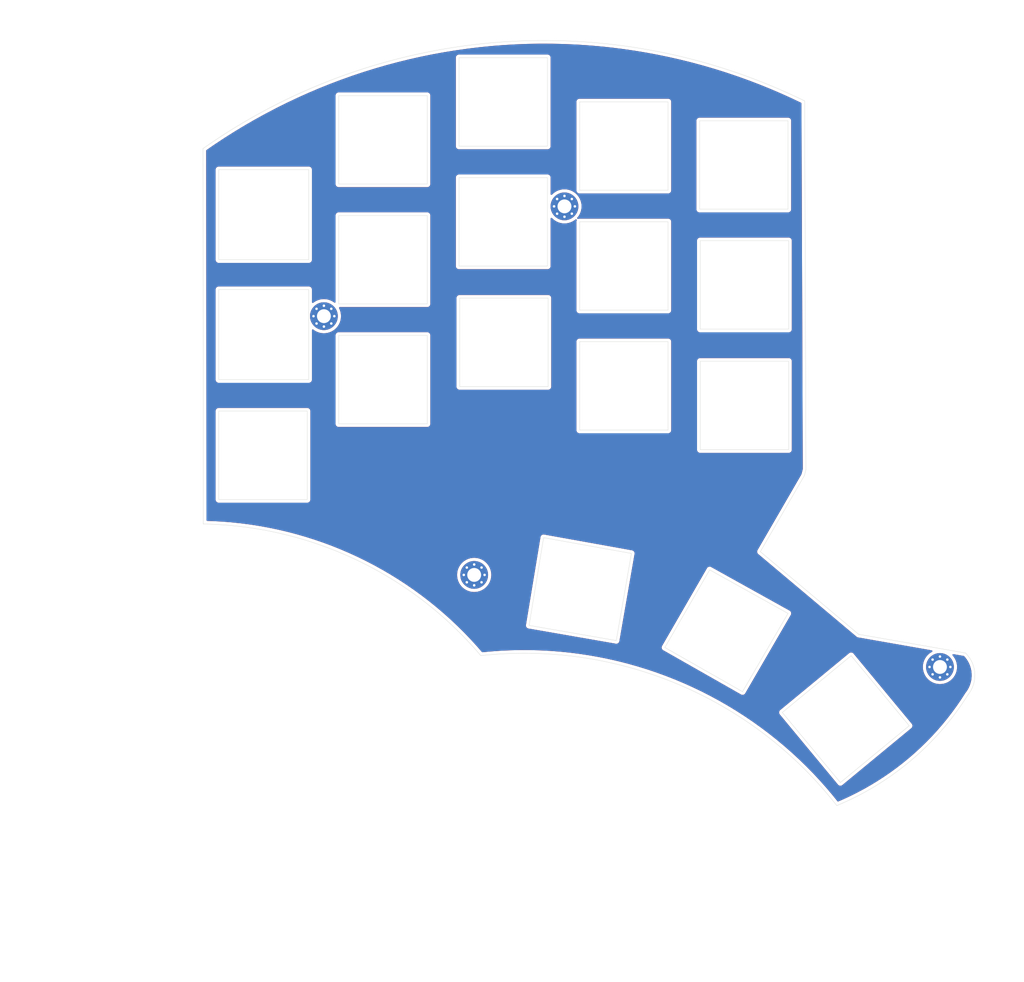
<source format=kicad_pcb>
(kicad_pcb (version 20211014) (generator pcbnew)
  (layers (0 "F.Cu" signal) (31 "B.Cu" signal) (34 "B.Paste" user) (35 "F.Paste" user) (36 "B.SilkS" user "B.Silkscreen") (37 "F.SilkS" user "F.Silkscreen") (38 "B.Mask" user) (39 "F.Mask" user) (44 "Edge.Cuts" user))
  (net 0 "")
  (footprint "graphics:aset" (layer "F.Cu") (at 123.75 113)
    (fp_text reference "G***" hide)
    (fp_text value "LOGO" hide)
  )
  (footprint "MountingHole:MountingHole_2.2mm_M2_Pad_Via" (layer "F.Cu") (at 194.46875 141.2875)
    (fp_text reference " " (at 0 -3.2) (layer "F.SilkS"))
    (fp_text value "MountingHole_2.2mm_M2_Pad_Via")
    (pad "1" thru_hole circle locked (at 1.166726 -1.166726) (size 0.7 0.7) (drill 0.4) (layers *.Cu *.Mask))
    (pad "1" thru_hole circle locked (at 0 0) (size 4.4 4.4) (drill 2.2) (layers *.Cu *.Mask))
    (pad "1" thru_hole circle locked (at 0 1.65) (size 0.7 0.7) (drill 0.4) (layers *.Cu *.Mask))
    (pad "1" thru_hole circle locked (at 1.166726 1.166726) (size 0.7 0.7) (drill 0.4) (layers *.Cu *.Mask))
    (pad "1" thru_hole circle locked (at -1.166726 -1.166726) (size 0.7 0.7) (drill 0.4) (layers *.Cu *.Mask))
    (pad "1" thru_hole circle locked (at 1.65 0) (size 0.7 0.7) (drill 0.4) (layers *.Cu *.Mask))
    (pad "1" thru_hole circle locked (at -1.166726 1.166726) (size 0.7 0.7) (drill 0.4) (layers *.Cu *.Mask))
    (pad "1" thru_hole circle locked (at 0 -1.65) (size 0.7 0.7) (drill 0.4) (layers *.Cu *.Mask))
    (pad "1" thru_hole circle locked (at -1.65 0) (size 0.7 0.7) (drill 0.4) (layers *.Cu *.Mask))
  )
  (footprint "MountingHole:MountingHole_2.2mm_M2_Pad_Via" (layer "F.Cu") (at 135 68.3)
    (fp_text reference " " (at 0 -3.2) (layer "F.SilkS"))
    (fp_text value "MountingHole_2.2mm_M2_Pad_Via")
    (pad "1" thru_hole circle locked (at 0 1.65) (size 0.7 0.7) (drill 0.4) (layers *.Cu *.Mask))
    (pad "1" thru_hole circle locked (at -1.65 0) (size 0.7 0.7) (drill 0.4) (layers *.Cu *.Mask))
    (pad "1" thru_hole circle locked (at 0 0) (size 4.4 4.4) (drill 2.2) (layers *.Cu *.Mask))
    (pad "1" thru_hole circle locked (at 1.65 0) (size 0.7 0.7) (drill 0.4) (layers *.Cu *.Mask))
    (pad "1" thru_hole circle locked (at 1.166726 1.166726) (size 0.7 0.7) (drill 0.4) (layers *.Cu *.Mask))
    (pad "1" thru_hole circle locked (at -1.166726 -1.166726) (size 0.7 0.7) (drill 0.4) (layers *.Cu *.Mask))
    (pad "1" thru_hole circle locked (at -1.166726 1.166726) (size 0.7 0.7) (drill 0.4) (layers *.Cu *.Mask))
    (pad "1" thru_hole circle locked (at 1.166726 -1.166726) (size 0.7 0.7) (drill 0.4) (layers *.Cu *.Mask))
    (pad "1" thru_hole circle locked (at 0 -1.65) (size 0.7 0.7) (drill 0.4) (layers *.Cu *.Mask))
  )
  (footprint "MountingHole:MountingHole_2.2mm_M2_Pad_Via" (layer "F.Cu") (at 120.7 126.7)
    (fp_text reference " " (at 0 -3.2) (layer "F.SilkS"))
    (fp_text value "MountingHole_2.2mm_M2_Pad_Via")
    (pad "1" thru_hole circle locked (at -1.166726 -1.166726) (size 0.7 0.7) (drill 0.4) (layers *.Cu *.Mask))
    (pad "1" thru_hole circle locked (at -1.65 0) (size 0.7 0.7) (drill 0.4) (layers *.Cu *.Mask))
    (pad "1" thru_hole circle locked (at 0 1.65) (size 0.7 0.7) (drill 0.4) (layers *.Cu *.Mask))
    (pad "1" thru_hole circle locked (at 1.65 0) (size 0.7 0.7) (drill 0.4) (layers *.Cu *.Mask))
    (pad "1" thru_hole circle locked (at 1.166726 1.166726) (size 0.7 0.7) (drill 0.4) (layers *.Cu *.Mask))
    (pad "1" thru_hole circle locked (at 1.166726 -1.166726) (size 0.7 0.7) (drill 0.4) (layers *.Cu *.Mask))
    (pad "1" thru_hole circle locked (at 0 0) (size 4.4 4.4) (drill 2.2) (layers *.Cu *.Mask))
    (pad "1" thru_hole circle locked (at 0 -1.65) (size 0.7 0.7) (drill 0.4) (layers *.Cu *.Mask))
    (pad "1" thru_hole circle locked (at -1.166726 1.166726) (size 0.7 0.7) (drill 0.4) (layers *.Cu *.Mask))
  )
  (footprint "MountingHole:MountingHole_2.2mm_M2_Pad_Via" (layer "F.Cu") (at 96.9 85.7)
    (fp_text reference " " (at 0 -3.2) (layer "F.SilkS"))
    (fp_text value "MountingHole_2.2mm_M2_Pad_Via")
    (pad "1" thru_hole circle locked (at 0 0) (size 4.4 4.4) (drill 2.2) (layers *.Cu *.Mask))
    (pad "1" thru_hole circle locked (at 0 1.65) (size 0.7 0.7) (drill 0.4) (layers *.Cu *.Mask))
    (pad "1" thru_hole circle locked (at 1.166726 -1.166726) (size 0.7 0.7) (drill 0.4) (layers *.Cu *.Mask))
    (pad "1" thru_hole circle locked (at -1.65 0) (size 0.7 0.7) (drill 0.4) (layers *.Cu *.Mask))
    (pad "1" thru_hole circle locked (at 0 -1.65) (size 0.7 0.7) (drill 0.4) (layers *.Cu *.Mask))
    (pad "1" thru_hole circle locked (at -1.166726 -1.166726) (size 0.7 0.7) (drill 0.4) (layers *.Cu *.Mask))
    (pad "1" thru_hole circle locked (at -1.166726 1.166726) (size 0.7 0.7) (drill 0.4) (layers *.Cu *.Mask))
    (pad "1" thru_hole circle locked (at 1.166726 1.166726) (size 0.7 0.7) (drill 0.4) (layers *.Cu *.Mask))
    (pad "1" thru_hole circle locked (at 1.65 0) (size 0.7 0.7) (drill 0.4) (layers *.Cu *.Mask))
  )
  (footprint "graphics:aset" (layer "B.Cu") (at 125.25 113.25 180)
    (fp_text reference "G***" hide)
    (fp_text value "LOGO" hide)
  )
  (gr_line (start 80.25 76.75) (end 80.25 62.5) (layer "Edge.Cuts") (width 0.05))
  (gr_line (start 80.25 95.75) (end 80.25 81.5) (layer "Edge.Cuts") (width 0.05))
  (gr_line (start 94.5 95.75) (end 94.25 95.75) (layer "Edge.Cuts") (width 0.05))
  (gr_line (start 80.25 114.75) (end 80.25 100.75) (layer "Edge.Cuts") (width 0.05))
  (gr_line (start 80.25 100.75) (end 94.25 100.75) (layer "Edge.Cuts") (width 0.05))
  (gr_line (start 94.25 100.75) (end 94.25 114.75) (layer "Edge.Cuts") (width 0.05))
  (gr_line (start 94.25 114.75) (end 80.25 114.75) (layer "Edge.Cuts") (width 0.05))
  (gr_line (start 170.5 106.85) (end 156.5 106.85) (layer "Edge.Cuts") (width 0.05))
  (gr_line (start 156.5 106.85) (end 156.5 92.85) (layer "Edge.Cuts") (width 0.05))
  (gr_line (start 170.5 92.85) (end 170.5 106.85) (layer "Edge.Cuts") (width 0.05))
  (gr_line (start 156.5 92.85) (end 170.5 92.85) (layer "Edge.Cuts") (width 0.05))
  (gr_line (start 129.4 134.7) (end 143.2 137.1) (layer "Edge.Cuts") (width 0.05))
  (gr_line (start 169.5 148.5) (end 178.7 159.6) (layer "Edge.Cuts") (width 0.05))
  (gr_line (start 169.5 148.5) (end 180.4 139.5) (layer "Edge.Cuts") (width 0.05))
  (gr_line (start 166.021572 123.015322) (end 173.006572 110.950322) (layer "Edge.Cuts") (width 0.05))
  (gr_line (start 181.58793 136.108277) (end 166.021572 123.015322) (layer "Edge.Cuts") (width 0.05))
  (gr_line (start 173.006572 110.950322) (end 173.25 110) (layer "Edge.Cuts") (width 0.05))
  (gr_line (start 80.25 81.5) (end 94.25 81.5) (layer "Edge.Cuts") (width 0.05))
  (gr_line (start 118.4 82.85) (end 132.4 82.85) (layer "Edge.Cuts") (width 0.05))
  (gr_line (start 99.25 50.75) (end 113.25 50.75) (layer "Edge.Cuts") (width 0.05))
  (gr_line (start 118.4 96.85) (end 118.4 82.85) (layer "Edge.Cuts") (width 0.05))
  (gr_line (start 132.3 63.75) (end 132.3 77.75) (layer "Edge.Cuts") (width 0.05))
  (gr_line (start 94.5 76.75) (end 80.25 76.75) (layer "Edge.Cuts") (width 0.05))
  (gr_line (start 151.4 89.75) (end 151.4 103.75) (layer "Edge.Cuts") (width 0.05))
  (gr_line (start 132.4 82.85) (end 132.4 96.85) (layer "Edge.Cuts") (width 0.05))
  (gr_line (start 163.2 145.2) (end 170.4 132.8) (layer "Edge.Cuts") (width 0.05))
  (gr_line (start 80.25 62.5) (end 94.5 62.5) (layer "Edge.Cuts") (width 0.05))
  (gr_line (start 137.4 89.75) (end 151.4 89.75) (layer "Edge.Cuts") (width 0.05))
  (gr_line (start 132.4 96.85) (end 118.4 96.85) (layer "Edge.Cuts") (width 0.05))
  (gr_line (start 94.5 62.5) (end 94.5 76.75) (layer "Edge.Cuts") (width 0.05))
  (gr_line (start 198.521567 139.078078) (end 181.58793 136.108277) (layer "Edge.Cuts") (width 0.05))
  (gr_line (start 173.037499 51.593751) (end 173.25 110) (layer "Edge.Cuts") (width 0.05))
  (gr_line (start 151.4 70.75) (end 151.4 84.75) (layer "Edge.Cuts") (width 0.05))
  (gr_line (start 77.749541 59.145712) (end 77.794796 118.63649) (layer "Edge.Cuts") (width 0.05))
  (gr_arc (start 198.521567 139.078078) (mid 199.990622 142.316967) (end 198.906839 145.704287) (layer "Edge.Cuts") (width 0.05))
  (gr_line (start 156.5 73.75) (end 170.5 73.75) (layer "Edge.Cuts") (width 0.05))
  (gr_line (start 113.25 50.75) (end 113.25 64.75) (layer "Edge.Cuts") (width 0.05))
  (gr_line (start 113.25 83.75) (end 99.25 83.75) (layer "Edge.Cuts") (width 0.05))
  (gr_line (start 113.25 64.75) (end 99.25 64.75) (layer "Edge.Cuts") (width 0.05))
  (gr_line (start 94.25 81.5) (end 94.5 81.5) (layer "Edge.Cuts") (width 0.05))
  (gr_line (start 143.2 137.1) (end 145.6 123.3) (layer "Edge.Cuts") (width 0.05))
  (gr_line (start 137.4 65.75) (end 137.4 51.75) (layer "Edge.Cuts") (width 0.05))
  (gr_arc (start 121.749255 139.493235) (mid 153.026625 144.046258) (end 178.128606 163.252882) (layer "Edge.Cuts") (width 0.05))
  (gr_line (start 118.3 58.75) (end 118.3 44.75) (layer "Edge.Cuts") (width 0.05))
  (gr_line (start 99.25 102.75) (end 99.25 88.75) (layer "Edge.Cuts") (width 0.05))
  (gr_line (start 99.25 69.75) (end 113.25 69.75) (layer "Edge.Cuts") (width 0.05))
  (gr_line (start 99.25 83.75) (end 99.25 69.75) (layer "Edge.Cuts") (width 0.05))
  (gr_arc (start 77.794796 118.63649) (mid 102.027063 124.312494) (end 121.749255 139.493235) (layer "Edge.Cuts") (width 0.05))
  (gr_line (start 158 125.9) (end 170.4 132.8) (layer "Edge.Cuts") (width 0.05))
  (gr_line (start 132.3 77.75) (end 118.3 77.75) (layer "Edge.Cuts") (width 0.05))
  (gr_line (start 137.4 70.75) (end 151.4 70.75) (layer "Edge.Cuts") (width 0.05))
  (gr_arc (start 198.906839 145.704287) (mid 189.88668 156.099484) (end 178.128606 163.252882) (layer "Edge.Cuts") (width 0.05))
  (gr_line (start 151.4 65.75) (end 137.4 65.75) (layer "Edge.Cuts") (width 0.05))
  (gr_line (start 113.25 88.75) (end 113.25 102.75) (layer "Edge.Cuts") (width 0.05))
  (gr_line (start 158 125.9) (end 150.9 138.2) (layer "Edge.Cuts") (width 0.05))
  (gr_line (start 163.2 145.2) (end 150.9 138.2) (layer "Edge.Cuts") (width 0.05))
  (gr_line (start 99.25 88.75) (end 113.25 88.75) (layer "Edge.Cuts") (width 0.05))
  (gr_line (start 137.4 51.75) (end 151.4 51.75) (layer "Edge.Cuts") (width 0.05))
  (gr_line (start 118.3 63.75) (end 132.3 63.75) (layer "Edge.Cuts") (width 0.05))
  (gr_arc (start 77.749541 59.145712) (mid 124.358316 42.307899) (end 173.037499 51.593751) (layer "Edge.Cuts") (width 0.05))
  (gr_line (start 178.7 159.6) (end 189.6 150.6) (layer "Edge.Cuts") (width 0.05))
  (gr_line (start 180.4 139.5) (end 189.6 150.6) (layer "Edge.Cuts") (width 0.05))
  (gr_line (start 170.4 54.75) (end 170.4 68.75) (layer "Edge.Cuts") (width 0.05))
  (gr_line (start 94.5 81.5) (end 94.5 95.75) (layer "Edge.Cuts") (width 0.05))
  (gr_line (start 132.3 58.75) (end 118.3 58.75) (layer "Edge.Cuts") (width 0.05))
  (gr_line (start 156.5 87.75) (end 156.5 73.75) (layer "Edge.Cuts") (width 0.05))
  (gr_line (start 94.25 95.75) (end 80.25 95.75) (layer "Edge.Cuts") (width 0.05))
  (gr_line (start 131.7 120.8) (end 129.4 134.7) (layer "Edge.Cuts") (width 0.05))
  (gr_line (start 151.4 103.75) (end 137.4 103.75) (layer "Edge.Cuts") (width 0.05))
  (gr_line (start 132.3 44.75) (end 132.3 58.75) (layer "Edge.Cuts") (width 0.05))
  (gr_line (start 156.4 68.75) (end 156.4 54.75) (layer "Edge.Cuts") (width 0.05))
  (gr_line (start 170.4 68.75) (end 156.4 68.75) (layer "Edge.Cuts") (width 0.05))
  (gr_line (start 151.4 84.75) (end 137.4 84.75) (layer "Edge.Cuts") (width 0.05))
  (gr_line (start 151.4 51.75) (end 151.4 65.75) (layer "Edge.Cuts") (width 0.05))
  (gr_line (start 113.25 102.75) (end 99.25 102.75) (layer "Edge.Cuts") (width 0.05))
  (gr_line (start 137.4 103.75) (end 137.4 89.75) (layer "Edge.Cuts") (width 0.05))
  (gr_line (start 156.4 54.75) (end 170.4 54.75) (layer "Edge.Cuts") (width 0.05))
  (gr_line (start 113.25 69.75) (end 113.25 83.75) (layer "Edge.Cuts") (width 0.05))
  (gr_line (start 118.3 44.75) (end 132.3 44.75) (layer "Edge.Cuts") (width 0.05))
  (gr_line (start 170.5 73.75) (end 170.5 87.75) (layer "Edge.Cuts") (width 0.05))
  (gr_line (start 137.4 84.75) (end 137.4 70.75) (layer "Edge.Cuts") (width 0.05))
  (gr_line (start 170.5 87.75) (end 156.5 87.75) (layer "Edge.Cuts") (width 0.05))
  (gr_line (start 145.6 123.3) (end 131.7 120.8) (layer "Edge.Cuts") (width 0.05))
  (gr_line (start 99.25 64.75) (end 99.25 50.75) (layer "Edge.Cuts") (width 0.05))
  (gr_line (start 118.3 77.75) (end 118.3 63.75) (layer "Edge.Cuts") (width 0.05))
  (zone (net 0) (net_name "") (layer "F.Cu") (connect_pads (clearance 0.508)) (min_thickness 0.254) (fill yes (thermal_gap 0.508) (thermal_bridge_width 0.508))
    (polygon (pts (xy 201.4 35.8) (xy 200.8 187.4) (xy 49.4 145.6) (xy 69.2 35.6)))
  )
  (zone (net 0) (net_name "") (layer "B.Cu") (connect_pads (clearance 0.508)) (min_thickness 0.254) (fill yes (thermal_gap 0.508) (thermal_bridge_width 0.508))
    (polygon (pts (xy 207.8 191.2) (xy 45.6 159.6) (xy 74.2 37.6) (xy 198.8 37)))
  )
)
</source>
